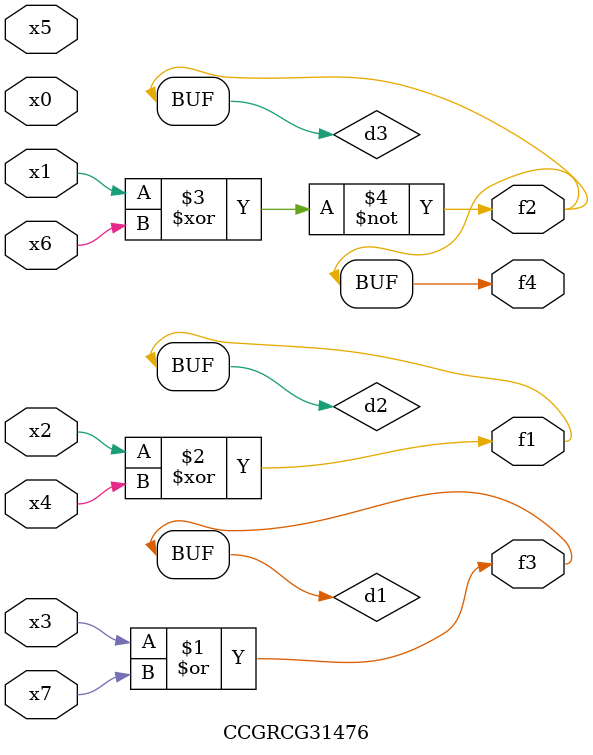
<source format=v>
module CCGRCG31476(
	input x0, x1, x2, x3, x4, x5, x6, x7,
	output f1, f2, f3, f4
);

	wire d1, d2, d3;

	or (d1, x3, x7);
	xor (d2, x2, x4);
	xnor (d3, x1, x6);
	assign f1 = d2;
	assign f2 = d3;
	assign f3 = d1;
	assign f4 = d3;
endmodule

</source>
